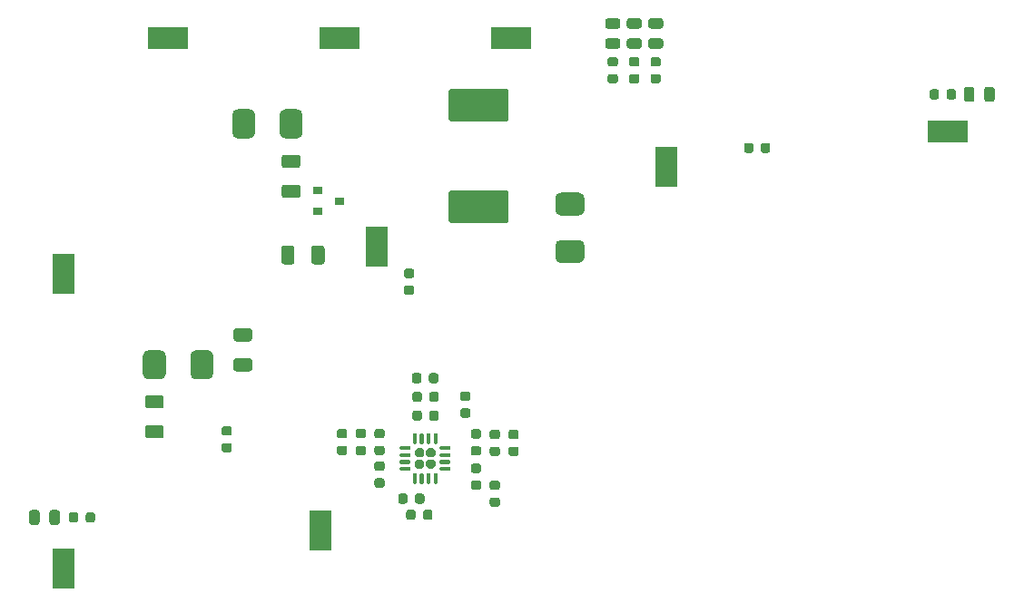
<source format=gbr>
%TF.GenerationSoftware,KiCad,Pcbnew,(5.1.6)-1*%
%TF.CreationDate,2022-03-23T15:28:11-04:00*%
%TF.ProjectId,MPPT_picoShield,4d505054-5f70-4696-936f-536869656c64,rev?*%
%TF.SameCoordinates,Original*%
%TF.FileFunction,Paste,Top*%
%TF.FilePolarity,Positive*%
%FSLAX46Y46*%
G04 Gerber Fmt 4.6, Leading zero omitted, Abs format (unit mm)*
G04 Created by KiCad (PCBNEW (5.1.6)-1) date 2022-03-23 15:28:11*
%MOMM*%
%LPD*%
G01*
G04 APERTURE LIST*
%ADD10R,2.000000X3.800000*%
%ADD11R,3.800000X2.000000*%
%ADD12R,0.900000X0.800000*%
G04 APERTURE END LIST*
D10*
%TO.C,GND*%
X29500000Y-50250000D03*
%TD*%
D11*
%TO.C,3V3*%
X88000000Y-13000000D03*
%TD*%
D10*
%TO.C,GND*%
X61750000Y-16250000D03*
%TD*%
%TO.C,Vbat*%
X5500000Y-53750000D03*
%TD*%
%TO.C,PV-*%
X5500000Y-26250000D03*
%TD*%
D11*
%TO.C,L-*%
X47250000Y-4250000D03*
%TD*%
%TO.C,QS1*%
X31250000Y-4250000D03*
%TD*%
%TO.C,PV+*%
X15250000Y-4250000D03*
%TD*%
D10*
%TO.C,out+*%
X34750000Y-23750000D03*
%TD*%
%TO.C,D12*%
G36*
G01*
X51918250Y-23090500D02*
X53581750Y-23090500D01*
G75*
G02*
X54121500Y-23630250I0J-539750D01*
G01*
X54121500Y-24709750D01*
G75*
G02*
X53581750Y-25249500I-539750J0D01*
G01*
X51918250Y-25249500D01*
G75*
G02*
X51378500Y-24709750I0J539750D01*
G01*
X51378500Y-23630250D01*
G75*
G02*
X51918250Y-23090500I539750J0D01*
G01*
G37*
G36*
G01*
X51918250Y-18670500D02*
X53581750Y-18670500D01*
G75*
G02*
X54121500Y-19210250I0J-539750D01*
G01*
X54121500Y-20289750D01*
G75*
G02*
X53581750Y-20829500I-539750J0D01*
G01*
X51918250Y-20829500D01*
G75*
G02*
X51378500Y-20289750I0J539750D01*
G01*
X51378500Y-19210250D01*
G75*
G02*
X51918250Y-18670500I539750J0D01*
G01*
G37*
%TD*%
%TO.C,D11*%
G36*
G01*
X23409500Y-11418250D02*
X23409500Y-13081750D01*
G75*
G02*
X22869750Y-13621500I-539750J0D01*
G01*
X21790250Y-13621500D01*
G75*
G02*
X21250500Y-13081750I0J539750D01*
G01*
X21250500Y-11418250D01*
G75*
G02*
X21790250Y-10878500I539750J0D01*
G01*
X22869750Y-10878500D01*
G75*
G02*
X23409500Y-11418250I0J-539750D01*
G01*
G37*
G36*
G01*
X27829500Y-11418250D02*
X27829500Y-13081750D01*
G75*
G02*
X27289750Y-13621500I-539750J0D01*
G01*
X26210250Y-13621500D01*
G75*
G02*
X25670500Y-13081750I0J539750D01*
G01*
X25670500Y-11418250D01*
G75*
G02*
X26210250Y-10878500I539750J0D01*
G01*
X27289750Y-10878500D01*
G75*
G02*
X27829500Y-11418250I0J-539750D01*
G01*
G37*
%TD*%
%TO.C,D13*%
G36*
G01*
X17340500Y-35581750D02*
X17340500Y-33918250D01*
G75*
G02*
X17880250Y-33378500I539750J0D01*
G01*
X18959750Y-33378500D01*
G75*
G02*
X19499500Y-33918250I0J-539750D01*
G01*
X19499500Y-35581750D01*
G75*
G02*
X18959750Y-36121500I-539750J0D01*
G01*
X17880250Y-36121500D01*
G75*
G02*
X17340500Y-35581750I0J539750D01*
G01*
G37*
G36*
G01*
X12920500Y-35581750D02*
X12920500Y-33918250D01*
G75*
G02*
X13460250Y-33378500I539750J0D01*
G01*
X14539750Y-33378500D01*
G75*
G02*
X15079500Y-33918250I0J-539750D01*
G01*
X15079500Y-35581750D01*
G75*
G02*
X14539750Y-36121500I-539750J0D01*
G01*
X13460250Y-36121500D01*
G75*
G02*
X12920500Y-35581750I0J539750D01*
G01*
G37*
%TD*%
%TO.C,R28*%
G36*
G01*
X13375000Y-40375000D02*
X14625000Y-40375000D01*
G75*
G02*
X14875000Y-40625000I0J-250000D01*
G01*
X14875000Y-41375000D01*
G75*
G02*
X14625000Y-41625000I-250000J0D01*
G01*
X13375000Y-41625000D01*
G75*
G02*
X13125000Y-41375000I0J250000D01*
G01*
X13125000Y-40625000D01*
G75*
G02*
X13375000Y-40375000I250000J0D01*
G01*
G37*
G36*
G01*
X13375000Y-37575000D02*
X14625000Y-37575000D01*
G75*
G02*
X14875000Y-37825000I0J-250000D01*
G01*
X14875000Y-38575000D01*
G75*
G02*
X14625000Y-38825000I-250000J0D01*
G01*
X13375000Y-38825000D01*
G75*
G02*
X13125000Y-38575000I0J250000D01*
G01*
X13125000Y-37825000D01*
G75*
G02*
X13375000Y-37575000I250000J0D01*
G01*
G37*
%TD*%
%TO.C,R27*%
G36*
G01*
X22875000Y-32575000D02*
X21625000Y-32575000D01*
G75*
G02*
X21375000Y-32325000I0J250000D01*
G01*
X21375000Y-31575000D01*
G75*
G02*
X21625000Y-31325000I250000J0D01*
G01*
X22875000Y-31325000D01*
G75*
G02*
X23125000Y-31575000I0J-250000D01*
G01*
X23125000Y-32325000D01*
G75*
G02*
X22875000Y-32575000I-250000J0D01*
G01*
G37*
G36*
G01*
X22875000Y-35375000D02*
X21625000Y-35375000D01*
G75*
G02*
X21375000Y-35125000I0J250000D01*
G01*
X21375000Y-34375000D01*
G75*
G02*
X21625000Y-34125000I250000J0D01*
G01*
X22875000Y-34125000D01*
G75*
G02*
X23125000Y-34375000I0J-250000D01*
G01*
X23125000Y-35125000D01*
G75*
G02*
X22875000Y-35375000I-250000J0D01*
G01*
G37*
%TD*%
%TO.C,R26*%
G36*
G01*
X28625000Y-25125000D02*
X28625000Y-23875000D01*
G75*
G02*
X28875000Y-23625000I250000J0D01*
G01*
X29625000Y-23625000D01*
G75*
G02*
X29875000Y-23875000I0J-250000D01*
G01*
X29875000Y-25125000D01*
G75*
G02*
X29625000Y-25375000I-250000J0D01*
G01*
X28875000Y-25375000D01*
G75*
G02*
X28625000Y-25125000I0J250000D01*
G01*
G37*
G36*
G01*
X25825000Y-25125000D02*
X25825000Y-23875000D01*
G75*
G02*
X26075000Y-23625000I250000J0D01*
G01*
X26825000Y-23625000D01*
G75*
G02*
X27075000Y-23875000I0J-250000D01*
G01*
X27075000Y-25125000D01*
G75*
G02*
X26825000Y-25375000I-250000J0D01*
G01*
X26075000Y-25375000D01*
G75*
G02*
X25825000Y-25125000I0J250000D01*
G01*
G37*
%TD*%
%TO.C,L1*%
G36*
G01*
X47050000Y-9150000D02*
X47050000Y-11850000D01*
G75*
G02*
X46900000Y-12000000I-150000J0D01*
G01*
X41600000Y-12000000D01*
G75*
G02*
X41450000Y-11850000I0J150000D01*
G01*
X41450000Y-9150000D01*
G75*
G02*
X41600000Y-9000000I150000J0D01*
G01*
X46900000Y-9000000D01*
G75*
G02*
X47050000Y-9150000I0J-150000D01*
G01*
G37*
G36*
G01*
X47050000Y-18650000D02*
X47050000Y-21350000D01*
G75*
G02*
X46900000Y-21500000I-150000J0D01*
G01*
X41600000Y-21500000D01*
G75*
G02*
X41450000Y-21350000I0J150000D01*
G01*
X41450000Y-18650000D01*
G75*
G02*
X41600000Y-18500000I150000J0D01*
G01*
X46900000Y-18500000D01*
G75*
G02*
X47050000Y-18650000I0J-150000D01*
G01*
G37*
%TD*%
%TO.C,U2*%
G36*
G01*
X39350000Y-44237500D02*
X39350000Y-43812500D01*
G75*
G02*
X39562500Y-43600000I212500J0D01*
G01*
X39987500Y-43600000D01*
G75*
G02*
X40200000Y-43812500I0J-212500D01*
G01*
X40200000Y-44237500D01*
G75*
G02*
X39987500Y-44450000I-212500J0D01*
G01*
X39562500Y-44450000D01*
G75*
G02*
X39350000Y-44237500I0J212500D01*
G01*
G37*
G36*
G01*
X39350000Y-43187500D02*
X39350000Y-42762500D01*
G75*
G02*
X39562500Y-42550000I212500J0D01*
G01*
X39987500Y-42550000D01*
G75*
G02*
X40200000Y-42762500I0J-212500D01*
G01*
X40200000Y-43187500D01*
G75*
G02*
X39987500Y-43400000I-212500J0D01*
G01*
X39562500Y-43400000D01*
G75*
G02*
X39350000Y-43187500I0J212500D01*
G01*
G37*
G36*
G01*
X38300000Y-44237500D02*
X38300000Y-43812500D01*
G75*
G02*
X38512500Y-43600000I212500J0D01*
G01*
X38937500Y-43600000D01*
G75*
G02*
X39150000Y-43812500I0J-212500D01*
G01*
X39150000Y-44237500D01*
G75*
G02*
X38937500Y-44450000I-212500J0D01*
G01*
X38512500Y-44450000D01*
G75*
G02*
X38300000Y-44237500I0J212500D01*
G01*
G37*
G36*
G01*
X38300000Y-43187500D02*
X38300000Y-42762500D01*
G75*
G02*
X38512500Y-42550000I212500J0D01*
G01*
X38937500Y-42550000D01*
G75*
G02*
X39150000Y-42762500I0J-212500D01*
G01*
X39150000Y-43187500D01*
G75*
G02*
X38937500Y-43400000I-212500J0D01*
G01*
X38512500Y-43400000D01*
G75*
G02*
X38300000Y-43187500I0J212500D01*
G01*
G37*
G36*
G01*
X38100000Y-42062500D02*
X38100000Y-41212500D01*
G75*
G02*
X38187500Y-41125000I87500J0D01*
G01*
X38362500Y-41125000D01*
G75*
G02*
X38450000Y-41212500I0J-87500D01*
G01*
X38450000Y-42062500D01*
G75*
G02*
X38362500Y-42150000I-87500J0D01*
G01*
X38187500Y-42150000D01*
G75*
G02*
X38100000Y-42062500I0J87500D01*
G01*
G37*
G36*
G01*
X38750000Y-42062500D02*
X38750000Y-41212500D01*
G75*
G02*
X38837500Y-41125000I87500J0D01*
G01*
X39012500Y-41125000D01*
G75*
G02*
X39100000Y-41212500I0J-87500D01*
G01*
X39100000Y-42062500D01*
G75*
G02*
X39012500Y-42150000I-87500J0D01*
G01*
X38837500Y-42150000D01*
G75*
G02*
X38750000Y-42062500I0J87500D01*
G01*
G37*
G36*
G01*
X39400000Y-42062500D02*
X39400000Y-41212500D01*
G75*
G02*
X39487500Y-41125000I87500J0D01*
G01*
X39662500Y-41125000D01*
G75*
G02*
X39750000Y-41212500I0J-87500D01*
G01*
X39750000Y-42062500D01*
G75*
G02*
X39662500Y-42150000I-87500J0D01*
G01*
X39487500Y-42150000D01*
G75*
G02*
X39400000Y-42062500I0J87500D01*
G01*
G37*
G36*
G01*
X40050000Y-42062500D02*
X40050000Y-41212500D01*
G75*
G02*
X40137500Y-41125000I87500J0D01*
G01*
X40312500Y-41125000D01*
G75*
G02*
X40400000Y-41212500I0J-87500D01*
G01*
X40400000Y-42062500D01*
G75*
G02*
X40312500Y-42150000I-87500J0D01*
G01*
X40137500Y-42150000D01*
G75*
G02*
X40050000Y-42062500I0J87500D01*
G01*
G37*
G36*
G01*
X40600000Y-42612500D02*
X40600000Y-42437500D01*
G75*
G02*
X40687500Y-42350000I87500J0D01*
G01*
X41537500Y-42350000D01*
G75*
G02*
X41625000Y-42437500I0J-87500D01*
G01*
X41625000Y-42612500D01*
G75*
G02*
X41537500Y-42700000I-87500J0D01*
G01*
X40687500Y-42700000D01*
G75*
G02*
X40600000Y-42612500I0J87500D01*
G01*
G37*
G36*
G01*
X40600000Y-43262500D02*
X40600000Y-43087500D01*
G75*
G02*
X40687500Y-43000000I87500J0D01*
G01*
X41537500Y-43000000D01*
G75*
G02*
X41625000Y-43087500I0J-87500D01*
G01*
X41625000Y-43262500D01*
G75*
G02*
X41537500Y-43350000I-87500J0D01*
G01*
X40687500Y-43350000D01*
G75*
G02*
X40600000Y-43262500I0J87500D01*
G01*
G37*
G36*
G01*
X40600000Y-43912500D02*
X40600000Y-43737500D01*
G75*
G02*
X40687500Y-43650000I87500J0D01*
G01*
X41537500Y-43650000D01*
G75*
G02*
X41625000Y-43737500I0J-87500D01*
G01*
X41625000Y-43912500D01*
G75*
G02*
X41537500Y-44000000I-87500J0D01*
G01*
X40687500Y-44000000D01*
G75*
G02*
X40600000Y-43912500I0J87500D01*
G01*
G37*
G36*
G01*
X40600000Y-44562500D02*
X40600000Y-44387500D01*
G75*
G02*
X40687500Y-44300000I87500J0D01*
G01*
X41537500Y-44300000D01*
G75*
G02*
X41625000Y-44387500I0J-87500D01*
G01*
X41625000Y-44562500D01*
G75*
G02*
X41537500Y-44650000I-87500J0D01*
G01*
X40687500Y-44650000D01*
G75*
G02*
X40600000Y-44562500I0J87500D01*
G01*
G37*
G36*
G01*
X40050000Y-45787500D02*
X40050000Y-44937500D01*
G75*
G02*
X40137500Y-44850000I87500J0D01*
G01*
X40312500Y-44850000D01*
G75*
G02*
X40400000Y-44937500I0J-87500D01*
G01*
X40400000Y-45787500D01*
G75*
G02*
X40312500Y-45875000I-87500J0D01*
G01*
X40137500Y-45875000D01*
G75*
G02*
X40050000Y-45787500I0J87500D01*
G01*
G37*
G36*
G01*
X39400000Y-45787500D02*
X39400000Y-44937500D01*
G75*
G02*
X39487500Y-44850000I87500J0D01*
G01*
X39662500Y-44850000D01*
G75*
G02*
X39750000Y-44937500I0J-87500D01*
G01*
X39750000Y-45787500D01*
G75*
G02*
X39662500Y-45875000I-87500J0D01*
G01*
X39487500Y-45875000D01*
G75*
G02*
X39400000Y-45787500I0J87500D01*
G01*
G37*
G36*
G01*
X38750000Y-45787500D02*
X38750000Y-44937500D01*
G75*
G02*
X38837500Y-44850000I87500J0D01*
G01*
X39012500Y-44850000D01*
G75*
G02*
X39100000Y-44937500I0J-87500D01*
G01*
X39100000Y-45787500D01*
G75*
G02*
X39012500Y-45875000I-87500J0D01*
G01*
X38837500Y-45875000D01*
G75*
G02*
X38750000Y-45787500I0J87500D01*
G01*
G37*
G36*
G01*
X38100000Y-45787500D02*
X38100000Y-44937500D01*
G75*
G02*
X38187500Y-44850000I87500J0D01*
G01*
X38362500Y-44850000D01*
G75*
G02*
X38450000Y-44937500I0J-87500D01*
G01*
X38450000Y-45787500D01*
G75*
G02*
X38362500Y-45875000I-87500J0D01*
G01*
X38187500Y-45875000D01*
G75*
G02*
X38100000Y-45787500I0J87500D01*
G01*
G37*
G36*
G01*
X36875000Y-44562500D02*
X36875000Y-44387500D01*
G75*
G02*
X36962500Y-44300000I87500J0D01*
G01*
X37812500Y-44300000D01*
G75*
G02*
X37900000Y-44387500I0J-87500D01*
G01*
X37900000Y-44562500D01*
G75*
G02*
X37812500Y-44650000I-87500J0D01*
G01*
X36962500Y-44650000D01*
G75*
G02*
X36875000Y-44562500I0J87500D01*
G01*
G37*
G36*
G01*
X36875000Y-43912500D02*
X36875000Y-43737500D01*
G75*
G02*
X36962500Y-43650000I87500J0D01*
G01*
X37812500Y-43650000D01*
G75*
G02*
X37900000Y-43737500I0J-87500D01*
G01*
X37900000Y-43912500D01*
G75*
G02*
X37812500Y-44000000I-87500J0D01*
G01*
X36962500Y-44000000D01*
G75*
G02*
X36875000Y-43912500I0J87500D01*
G01*
G37*
G36*
G01*
X36875000Y-43262500D02*
X36875000Y-43087500D01*
G75*
G02*
X36962500Y-43000000I87500J0D01*
G01*
X37812500Y-43000000D01*
G75*
G02*
X37900000Y-43087500I0J-87500D01*
G01*
X37900000Y-43262500D01*
G75*
G02*
X37812500Y-43350000I-87500J0D01*
G01*
X36962500Y-43350000D01*
G75*
G02*
X36875000Y-43262500I0J87500D01*
G01*
G37*
G36*
G01*
X36875000Y-42612500D02*
X36875000Y-42437500D01*
G75*
G02*
X36962500Y-42350000I87500J0D01*
G01*
X37812500Y-42350000D01*
G75*
G02*
X37900000Y-42437500I0J-87500D01*
G01*
X37900000Y-42612500D01*
G75*
G02*
X37812500Y-42700000I-87500J0D01*
G01*
X36962500Y-42700000D01*
G75*
G02*
X36875000Y-42612500I0J87500D01*
G01*
G37*
%TD*%
%TO.C,R25*%
G36*
G01*
X38937500Y-37493750D02*
X38937500Y-38006250D01*
G75*
G02*
X38718750Y-38225000I-218750J0D01*
G01*
X38281250Y-38225000D01*
G75*
G02*
X38062500Y-38006250I0J218750D01*
G01*
X38062500Y-37493750D01*
G75*
G02*
X38281250Y-37275000I218750J0D01*
G01*
X38718750Y-37275000D01*
G75*
G02*
X38937500Y-37493750I0J-218750D01*
G01*
G37*
G36*
G01*
X40512500Y-37493750D02*
X40512500Y-38006250D01*
G75*
G02*
X40293750Y-38225000I-218750J0D01*
G01*
X39856250Y-38225000D01*
G75*
G02*
X39637500Y-38006250I0J218750D01*
G01*
X39637500Y-37493750D01*
G75*
G02*
X39856250Y-37275000I218750J0D01*
G01*
X40293750Y-37275000D01*
G75*
G02*
X40512500Y-37493750I0J-218750D01*
G01*
G37*
%TD*%
%TO.C,R24*%
G36*
G01*
X38900000Y-35743750D02*
X38900000Y-36256250D01*
G75*
G02*
X38681250Y-36475000I-218750J0D01*
G01*
X38243750Y-36475000D01*
G75*
G02*
X38025000Y-36256250I0J218750D01*
G01*
X38025000Y-35743750D01*
G75*
G02*
X38243750Y-35525000I218750J0D01*
G01*
X38681250Y-35525000D01*
G75*
G02*
X38900000Y-35743750I0J-218750D01*
G01*
G37*
G36*
G01*
X40475000Y-35743750D02*
X40475000Y-36256250D01*
G75*
G02*
X40256250Y-36475000I-218750J0D01*
G01*
X39818750Y-36475000D01*
G75*
G02*
X39600000Y-36256250I0J218750D01*
G01*
X39600000Y-35743750D01*
G75*
G02*
X39818750Y-35525000I218750J0D01*
G01*
X40256250Y-35525000D01*
G75*
G02*
X40475000Y-35743750I0J-218750D01*
G01*
G37*
%TD*%
%TO.C,R23*%
G36*
G01*
X31756250Y-41612500D02*
X31243750Y-41612500D01*
G75*
G02*
X31025000Y-41393750I0J218750D01*
G01*
X31025000Y-40956250D01*
G75*
G02*
X31243750Y-40737500I218750J0D01*
G01*
X31756250Y-40737500D01*
G75*
G02*
X31975000Y-40956250I0J-218750D01*
G01*
X31975000Y-41393750D01*
G75*
G02*
X31756250Y-41612500I-218750J0D01*
G01*
G37*
G36*
G01*
X31756250Y-43187500D02*
X31243750Y-43187500D01*
G75*
G02*
X31025000Y-42968750I0J218750D01*
G01*
X31025000Y-42531250D01*
G75*
G02*
X31243750Y-42312500I218750J0D01*
G01*
X31756250Y-42312500D01*
G75*
G02*
X31975000Y-42531250I0J-218750D01*
G01*
X31975000Y-42968750D01*
G75*
G02*
X31756250Y-43187500I-218750J0D01*
G01*
G37*
%TD*%
%TO.C,R22*%
G36*
G01*
X33506250Y-41612500D02*
X32993750Y-41612500D01*
G75*
G02*
X32775000Y-41393750I0J218750D01*
G01*
X32775000Y-40956250D01*
G75*
G02*
X32993750Y-40737500I218750J0D01*
G01*
X33506250Y-40737500D01*
G75*
G02*
X33725000Y-40956250I0J-218750D01*
G01*
X33725000Y-41393750D01*
G75*
G02*
X33506250Y-41612500I-218750J0D01*
G01*
G37*
G36*
G01*
X33506250Y-43187500D02*
X32993750Y-43187500D01*
G75*
G02*
X32775000Y-42968750I0J218750D01*
G01*
X32775000Y-42531250D01*
G75*
G02*
X32993750Y-42312500I218750J0D01*
G01*
X33506250Y-42312500D01*
G75*
G02*
X33725000Y-42531250I0J-218750D01*
G01*
X33725000Y-42968750D01*
G75*
G02*
X33506250Y-43187500I-218750J0D01*
G01*
G37*
%TD*%
%TO.C,R21*%
G36*
G01*
X47756250Y-41687500D02*
X47243750Y-41687500D01*
G75*
G02*
X47025000Y-41468750I0J218750D01*
G01*
X47025000Y-41031250D01*
G75*
G02*
X47243750Y-40812500I218750J0D01*
G01*
X47756250Y-40812500D01*
G75*
G02*
X47975000Y-41031250I0J-218750D01*
G01*
X47975000Y-41468750D01*
G75*
G02*
X47756250Y-41687500I-218750J0D01*
G01*
G37*
G36*
G01*
X47756250Y-43262500D02*
X47243750Y-43262500D01*
G75*
G02*
X47025000Y-43043750I0J218750D01*
G01*
X47025000Y-42606250D01*
G75*
G02*
X47243750Y-42387500I218750J0D01*
G01*
X47756250Y-42387500D01*
G75*
G02*
X47975000Y-42606250I0J-218750D01*
G01*
X47975000Y-43043750D01*
G75*
G02*
X47756250Y-43262500I-218750J0D01*
G01*
G37*
%TD*%
%TO.C,R20*%
G36*
G01*
X46006250Y-41687500D02*
X45493750Y-41687500D01*
G75*
G02*
X45275000Y-41468750I0J218750D01*
G01*
X45275000Y-41031250D01*
G75*
G02*
X45493750Y-40812500I218750J0D01*
G01*
X46006250Y-40812500D01*
G75*
G02*
X46225000Y-41031250I0J-218750D01*
G01*
X46225000Y-41468750D01*
G75*
G02*
X46006250Y-41687500I-218750J0D01*
G01*
G37*
G36*
G01*
X46006250Y-43262500D02*
X45493750Y-43262500D01*
G75*
G02*
X45275000Y-43043750I0J218750D01*
G01*
X45275000Y-42606250D01*
G75*
G02*
X45493750Y-42387500I218750J0D01*
G01*
X46006250Y-42387500D01*
G75*
G02*
X46225000Y-42606250I0J-218750D01*
G01*
X46225000Y-43043750D01*
G75*
G02*
X46006250Y-43262500I-218750J0D01*
G01*
G37*
%TD*%
%TO.C,R16*%
G36*
G01*
X42743750Y-38812500D02*
X43256250Y-38812500D01*
G75*
G02*
X43475000Y-39031250I0J-218750D01*
G01*
X43475000Y-39468750D01*
G75*
G02*
X43256250Y-39687500I-218750J0D01*
G01*
X42743750Y-39687500D01*
G75*
G02*
X42525000Y-39468750I0J218750D01*
G01*
X42525000Y-39031250D01*
G75*
G02*
X42743750Y-38812500I218750J0D01*
G01*
G37*
G36*
G01*
X42743750Y-37237500D02*
X43256250Y-37237500D01*
G75*
G02*
X43475000Y-37456250I0J-218750D01*
G01*
X43475000Y-37893750D01*
G75*
G02*
X43256250Y-38112500I-218750J0D01*
G01*
X42743750Y-38112500D01*
G75*
G02*
X42525000Y-37893750I0J218750D01*
G01*
X42525000Y-37456250D01*
G75*
G02*
X42743750Y-37237500I218750J0D01*
G01*
G37*
%TD*%
%TO.C,R15*%
G36*
G01*
X45493750Y-47137500D02*
X46006250Y-47137500D01*
G75*
G02*
X46225000Y-47356250I0J-218750D01*
G01*
X46225000Y-47793750D01*
G75*
G02*
X46006250Y-48012500I-218750J0D01*
G01*
X45493750Y-48012500D01*
G75*
G02*
X45275000Y-47793750I0J218750D01*
G01*
X45275000Y-47356250D01*
G75*
G02*
X45493750Y-47137500I218750J0D01*
G01*
G37*
G36*
G01*
X45493750Y-45562500D02*
X46006250Y-45562500D01*
G75*
G02*
X46225000Y-45781250I0J-218750D01*
G01*
X46225000Y-46218750D01*
G75*
G02*
X46006250Y-46437500I-218750J0D01*
G01*
X45493750Y-46437500D01*
G75*
G02*
X45275000Y-46218750I0J218750D01*
G01*
X45275000Y-45781250D01*
G75*
G02*
X45493750Y-45562500I218750J0D01*
G01*
G37*
%TD*%
%TO.C,R14*%
G36*
G01*
X44256250Y-44862500D02*
X43743750Y-44862500D01*
G75*
G02*
X43525000Y-44643750I0J218750D01*
G01*
X43525000Y-44206250D01*
G75*
G02*
X43743750Y-43987500I218750J0D01*
G01*
X44256250Y-43987500D01*
G75*
G02*
X44475000Y-44206250I0J-218750D01*
G01*
X44475000Y-44643750D01*
G75*
G02*
X44256250Y-44862500I-218750J0D01*
G01*
G37*
G36*
G01*
X44256250Y-46437500D02*
X43743750Y-46437500D01*
G75*
G02*
X43525000Y-46218750I0J218750D01*
G01*
X43525000Y-45781250D01*
G75*
G02*
X43743750Y-45562500I218750J0D01*
G01*
X44256250Y-45562500D01*
G75*
G02*
X44475000Y-45781250I0J-218750D01*
G01*
X44475000Y-46218750D01*
G75*
G02*
X44256250Y-46437500I-218750J0D01*
G01*
G37*
%TD*%
%TO.C,R12*%
G36*
G01*
X69862500Y-14243750D02*
X69862500Y-14756250D01*
G75*
G02*
X69643750Y-14975000I-218750J0D01*
G01*
X69206250Y-14975000D01*
G75*
G02*
X68987500Y-14756250I0J218750D01*
G01*
X68987500Y-14243750D01*
G75*
G02*
X69206250Y-14025000I218750J0D01*
G01*
X69643750Y-14025000D01*
G75*
G02*
X69862500Y-14243750I0J-218750D01*
G01*
G37*
G36*
G01*
X71437500Y-14243750D02*
X71437500Y-14756250D01*
G75*
G02*
X71218750Y-14975000I-218750J0D01*
G01*
X70781250Y-14975000D01*
G75*
G02*
X70562500Y-14756250I0J218750D01*
G01*
X70562500Y-14243750D01*
G75*
G02*
X70781250Y-14025000I218750J0D01*
G01*
X71218750Y-14025000D01*
G75*
G02*
X71437500Y-14243750I0J-218750D01*
G01*
G37*
%TD*%
%TO.C,R11*%
G36*
G01*
X38312500Y-47506250D02*
X38312500Y-46993750D01*
G75*
G02*
X38531250Y-46775000I218750J0D01*
G01*
X38968750Y-46775000D01*
G75*
G02*
X39187500Y-46993750I0J-218750D01*
G01*
X39187500Y-47506250D01*
G75*
G02*
X38968750Y-47725000I-218750J0D01*
G01*
X38531250Y-47725000D01*
G75*
G02*
X38312500Y-47506250I0J218750D01*
G01*
G37*
G36*
G01*
X36737500Y-47506250D02*
X36737500Y-46993750D01*
G75*
G02*
X36956250Y-46775000I218750J0D01*
G01*
X37393750Y-46775000D01*
G75*
G02*
X37612500Y-46993750I0J-218750D01*
G01*
X37612500Y-47506250D01*
G75*
G02*
X37393750Y-47725000I-218750J0D01*
G01*
X36956250Y-47725000D01*
G75*
G02*
X36737500Y-47506250I0J218750D01*
G01*
G37*
%TD*%
%TO.C,R10*%
G36*
G01*
X39062500Y-49006250D02*
X39062500Y-48493750D01*
G75*
G02*
X39281250Y-48275000I218750J0D01*
G01*
X39718750Y-48275000D01*
G75*
G02*
X39937500Y-48493750I0J-218750D01*
G01*
X39937500Y-49006250D01*
G75*
G02*
X39718750Y-49225000I-218750J0D01*
G01*
X39281250Y-49225000D01*
G75*
G02*
X39062500Y-49006250I0J218750D01*
G01*
G37*
G36*
G01*
X37487500Y-49006250D02*
X37487500Y-48493750D01*
G75*
G02*
X37706250Y-48275000I218750J0D01*
G01*
X38143750Y-48275000D01*
G75*
G02*
X38362500Y-48493750I0J-218750D01*
G01*
X38362500Y-49006250D01*
G75*
G02*
X38143750Y-49225000I-218750J0D01*
G01*
X37706250Y-49225000D01*
G75*
G02*
X37487500Y-49006250I0J218750D01*
G01*
G37*
%TD*%
%TO.C,R7*%
G36*
G01*
X26125000Y-17925000D02*
X27375000Y-17925000D01*
G75*
G02*
X27625000Y-18175000I0J-250000D01*
G01*
X27625000Y-18925000D01*
G75*
G02*
X27375000Y-19175000I-250000J0D01*
G01*
X26125000Y-19175000D01*
G75*
G02*
X25875000Y-18925000I0J250000D01*
G01*
X25875000Y-18175000D01*
G75*
G02*
X26125000Y-17925000I250000J0D01*
G01*
G37*
G36*
G01*
X26125000Y-15125000D02*
X27375000Y-15125000D01*
G75*
G02*
X27625000Y-15375000I0J-250000D01*
G01*
X27625000Y-16125000D01*
G75*
G02*
X27375000Y-16375000I-250000J0D01*
G01*
X26125000Y-16375000D01*
G75*
G02*
X25875000Y-16125000I0J250000D01*
G01*
X25875000Y-15375000D01*
G75*
G02*
X26125000Y-15125000I250000J0D01*
G01*
G37*
%TD*%
%TO.C,R5*%
G36*
G01*
X6900000Y-48743750D02*
X6900000Y-49256250D01*
G75*
G02*
X6681250Y-49475000I-218750J0D01*
G01*
X6243750Y-49475000D01*
G75*
G02*
X6025000Y-49256250I0J218750D01*
G01*
X6025000Y-48743750D01*
G75*
G02*
X6243750Y-48525000I218750J0D01*
G01*
X6681250Y-48525000D01*
G75*
G02*
X6900000Y-48743750I0J-218750D01*
G01*
G37*
G36*
G01*
X8475000Y-48743750D02*
X8475000Y-49256250D01*
G75*
G02*
X8256250Y-49475000I-218750J0D01*
G01*
X7818750Y-49475000D01*
G75*
G02*
X7600000Y-49256250I0J218750D01*
G01*
X7600000Y-48743750D01*
G75*
G02*
X7818750Y-48525000I218750J0D01*
G01*
X8256250Y-48525000D01*
G75*
G02*
X8475000Y-48743750I0J-218750D01*
G01*
G37*
%TD*%
%TO.C,R4*%
G36*
G01*
X87887500Y-9756250D02*
X87887500Y-9243750D01*
G75*
G02*
X88106250Y-9025000I218750J0D01*
G01*
X88543750Y-9025000D01*
G75*
G02*
X88762500Y-9243750I0J-218750D01*
G01*
X88762500Y-9756250D01*
G75*
G02*
X88543750Y-9975000I-218750J0D01*
G01*
X88106250Y-9975000D01*
G75*
G02*
X87887500Y-9756250I0J218750D01*
G01*
G37*
G36*
G01*
X86312500Y-9756250D02*
X86312500Y-9243750D01*
G75*
G02*
X86531250Y-9025000I218750J0D01*
G01*
X86968750Y-9025000D01*
G75*
G02*
X87187500Y-9243750I0J-218750D01*
G01*
X87187500Y-9756250D01*
G75*
G02*
X86968750Y-9975000I-218750J0D01*
G01*
X86531250Y-9975000D01*
G75*
G02*
X86312500Y-9756250I0J218750D01*
G01*
G37*
%TD*%
%TO.C,R3*%
G36*
G01*
X57006250Y-6900000D02*
X56493750Y-6900000D01*
G75*
G02*
X56275000Y-6681250I0J218750D01*
G01*
X56275000Y-6243750D01*
G75*
G02*
X56493750Y-6025000I218750J0D01*
G01*
X57006250Y-6025000D01*
G75*
G02*
X57225000Y-6243750I0J-218750D01*
G01*
X57225000Y-6681250D01*
G75*
G02*
X57006250Y-6900000I-218750J0D01*
G01*
G37*
G36*
G01*
X57006250Y-8475000D02*
X56493750Y-8475000D01*
G75*
G02*
X56275000Y-8256250I0J218750D01*
G01*
X56275000Y-7818750D01*
G75*
G02*
X56493750Y-7600000I218750J0D01*
G01*
X57006250Y-7600000D01*
G75*
G02*
X57225000Y-7818750I0J-218750D01*
G01*
X57225000Y-8256250D01*
G75*
G02*
X57006250Y-8475000I-218750J0D01*
G01*
G37*
%TD*%
%TO.C,R2*%
G36*
G01*
X59006250Y-6900000D02*
X58493750Y-6900000D01*
G75*
G02*
X58275000Y-6681250I0J218750D01*
G01*
X58275000Y-6243750D01*
G75*
G02*
X58493750Y-6025000I218750J0D01*
G01*
X59006250Y-6025000D01*
G75*
G02*
X59225000Y-6243750I0J-218750D01*
G01*
X59225000Y-6681250D01*
G75*
G02*
X59006250Y-6900000I-218750J0D01*
G01*
G37*
G36*
G01*
X59006250Y-8475000D02*
X58493750Y-8475000D01*
G75*
G02*
X58275000Y-8256250I0J218750D01*
G01*
X58275000Y-7818750D01*
G75*
G02*
X58493750Y-7600000I218750J0D01*
G01*
X59006250Y-7600000D01*
G75*
G02*
X59225000Y-7818750I0J-218750D01*
G01*
X59225000Y-8256250D01*
G75*
G02*
X59006250Y-8475000I-218750J0D01*
G01*
G37*
%TD*%
%TO.C,R1*%
G36*
G01*
X61006250Y-6900000D02*
X60493750Y-6900000D01*
G75*
G02*
X60275000Y-6681250I0J218750D01*
G01*
X60275000Y-6243750D01*
G75*
G02*
X60493750Y-6025000I218750J0D01*
G01*
X61006250Y-6025000D01*
G75*
G02*
X61225000Y-6243750I0J-218750D01*
G01*
X61225000Y-6681250D01*
G75*
G02*
X61006250Y-6900000I-218750J0D01*
G01*
G37*
G36*
G01*
X61006250Y-8475000D02*
X60493750Y-8475000D01*
G75*
G02*
X60275000Y-8256250I0J218750D01*
G01*
X60275000Y-7818750D01*
G75*
G02*
X60493750Y-7600000I218750J0D01*
G01*
X61006250Y-7600000D01*
G75*
G02*
X61225000Y-7818750I0J-218750D01*
G01*
X61225000Y-8256250D01*
G75*
G02*
X61006250Y-8475000I-218750J0D01*
G01*
G37*
%TD*%
D12*
%TO.C,Q2*%
X31250000Y-19450000D03*
X29250000Y-20400000D03*
X29250000Y-18500000D03*
%TD*%
%TO.C,D5*%
G36*
G01*
X4200000Y-49456250D02*
X4200000Y-48543750D01*
G75*
G02*
X4443750Y-48300000I243750J0D01*
G01*
X4931250Y-48300000D01*
G75*
G02*
X5175000Y-48543750I0J-243750D01*
G01*
X5175000Y-49456250D01*
G75*
G02*
X4931250Y-49700000I-243750J0D01*
G01*
X4443750Y-49700000D01*
G75*
G02*
X4200000Y-49456250I0J243750D01*
G01*
G37*
G36*
G01*
X2325000Y-49456250D02*
X2325000Y-48543750D01*
G75*
G02*
X2568750Y-48300000I243750J0D01*
G01*
X3056250Y-48300000D01*
G75*
G02*
X3300000Y-48543750I0J-243750D01*
G01*
X3300000Y-49456250D01*
G75*
G02*
X3056250Y-49700000I-243750J0D01*
G01*
X2568750Y-49700000D01*
G75*
G02*
X2325000Y-49456250I0J243750D01*
G01*
G37*
%TD*%
%TO.C,D4*%
G36*
G01*
X90487500Y-9043750D02*
X90487500Y-9956250D01*
G75*
G02*
X90243750Y-10200000I-243750J0D01*
G01*
X89756250Y-10200000D01*
G75*
G02*
X89512500Y-9956250I0J243750D01*
G01*
X89512500Y-9043750D01*
G75*
G02*
X89756250Y-8800000I243750J0D01*
G01*
X90243750Y-8800000D01*
G75*
G02*
X90487500Y-9043750I0J-243750D01*
G01*
G37*
G36*
G01*
X92362500Y-9043750D02*
X92362500Y-9956250D01*
G75*
G02*
X92118750Y-10200000I-243750J0D01*
G01*
X91631250Y-10200000D01*
G75*
G02*
X91387500Y-9956250I0J243750D01*
G01*
X91387500Y-9043750D01*
G75*
G02*
X91631250Y-8800000I243750J0D01*
G01*
X92118750Y-8800000D01*
G75*
G02*
X92362500Y-9043750I0J-243750D01*
G01*
G37*
%TD*%
%TO.C,D3*%
G36*
G01*
X56293750Y-4262500D02*
X57206250Y-4262500D01*
G75*
G02*
X57450000Y-4506250I0J-243750D01*
G01*
X57450000Y-4993750D01*
G75*
G02*
X57206250Y-5237500I-243750J0D01*
G01*
X56293750Y-5237500D01*
G75*
G02*
X56050000Y-4993750I0J243750D01*
G01*
X56050000Y-4506250D01*
G75*
G02*
X56293750Y-4262500I243750J0D01*
G01*
G37*
G36*
G01*
X56293750Y-2387500D02*
X57206250Y-2387500D01*
G75*
G02*
X57450000Y-2631250I0J-243750D01*
G01*
X57450000Y-3118750D01*
G75*
G02*
X57206250Y-3362500I-243750J0D01*
G01*
X56293750Y-3362500D01*
G75*
G02*
X56050000Y-3118750I0J243750D01*
G01*
X56050000Y-2631250D01*
G75*
G02*
X56293750Y-2387500I243750J0D01*
G01*
G37*
%TD*%
%TO.C,D2*%
G36*
G01*
X58293750Y-4262500D02*
X59206250Y-4262500D01*
G75*
G02*
X59450000Y-4506250I0J-243750D01*
G01*
X59450000Y-4993750D01*
G75*
G02*
X59206250Y-5237500I-243750J0D01*
G01*
X58293750Y-5237500D01*
G75*
G02*
X58050000Y-4993750I0J243750D01*
G01*
X58050000Y-4506250D01*
G75*
G02*
X58293750Y-4262500I243750J0D01*
G01*
G37*
G36*
G01*
X58293750Y-2387500D02*
X59206250Y-2387500D01*
G75*
G02*
X59450000Y-2631250I0J-243750D01*
G01*
X59450000Y-3118750D01*
G75*
G02*
X59206250Y-3362500I-243750J0D01*
G01*
X58293750Y-3362500D01*
G75*
G02*
X58050000Y-3118750I0J243750D01*
G01*
X58050000Y-2631250D01*
G75*
G02*
X58293750Y-2387500I243750J0D01*
G01*
G37*
%TD*%
%TO.C,D1*%
G36*
G01*
X60293750Y-4262500D02*
X61206250Y-4262500D01*
G75*
G02*
X61450000Y-4506250I0J-243750D01*
G01*
X61450000Y-4993750D01*
G75*
G02*
X61206250Y-5237500I-243750J0D01*
G01*
X60293750Y-5237500D01*
G75*
G02*
X60050000Y-4993750I0J243750D01*
G01*
X60050000Y-4506250D01*
G75*
G02*
X60293750Y-4262500I243750J0D01*
G01*
G37*
G36*
G01*
X60293750Y-2387500D02*
X61206250Y-2387500D01*
G75*
G02*
X61450000Y-2631250I0J-243750D01*
G01*
X61450000Y-3118750D01*
G75*
G02*
X61206250Y-3362500I-243750J0D01*
G01*
X60293750Y-3362500D01*
G75*
G02*
X60050000Y-3118750I0J243750D01*
G01*
X60050000Y-2631250D01*
G75*
G02*
X60293750Y-2387500I243750J0D01*
G01*
G37*
%TD*%
%TO.C,C22*%
G36*
G01*
X38937500Y-39243750D02*
X38937500Y-39756250D01*
G75*
G02*
X38718750Y-39975000I-218750J0D01*
G01*
X38281250Y-39975000D01*
G75*
G02*
X38062500Y-39756250I0J218750D01*
G01*
X38062500Y-39243750D01*
G75*
G02*
X38281250Y-39025000I218750J0D01*
G01*
X38718750Y-39025000D01*
G75*
G02*
X38937500Y-39243750I0J-218750D01*
G01*
G37*
G36*
G01*
X40512500Y-39243750D02*
X40512500Y-39756250D01*
G75*
G02*
X40293750Y-39975000I-218750J0D01*
G01*
X39856250Y-39975000D01*
G75*
G02*
X39637500Y-39756250I0J218750D01*
G01*
X39637500Y-39243750D01*
G75*
G02*
X39856250Y-39025000I218750J0D01*
G01*
X40293750Y-39025000D01*
G75*
G02*
X40512500Y-39243750I0J-218750D01*
G01*
G37*
%TD*%
%TO.C,C21*%
G36*
G01*
X34743750Y-42312500D02*
X35256250Y-42312500D01*
G75*
G02*
X35475000Y-42531250I0J-218750D01*
G01*
X35475000Y-42968750D01*
G75*
G02*
X35256250Y-43187500I-218750J0D01*
G01*
X34743750Y-43187500D01*
G75*
G02*
X34525000Y-42968750I0J218750D01*
G01*
X34525000Y-42531250D01*
G75*
G02*
X34743750Y-42312500I218750J0D01*
G01*
G37*
G36*
G01*
X34743750Y-40737500D02*
X35256250Y-40737500D01*
G75*
G02*
X35475000Y-40956250I0J-218750D01*
G01*
X35475000Y-41393750D01*
G75*
G02*
X35256250Y-41612500I-218750J0D01*
G01*
X34743750Y-41612500D01*
G75*
G02*
X34525000Y-41393750I0J218750D01*
G01*
X34525000Y-40956250D01*
G75*
G02*
X34743750Y-40737500I218750J0D01*
G01*
G37*
%TD*%
%TO.C,C20*%
G36*
G01*
X43743750Y-42350000D02*
X44256250Y-42350000D01*
G75*
G02*
X44475000Y-42568750I0J-218750D01*
G01*
X44475000Y-43006250D01*
G75*
G02*
X44256250Y-43225000I-218750J0D01*
G01*
X43743750Y-43225000D01*
G75*
G02*
X43525000Y-43006250I0J218750D01*
G01*
X43525000Y-42568750D01*
G75*
G02*
X43743750Y-42350000I218750J0D01*
G01*
G37*
G36*
G01*
X43743750Y-40775000D02*
X44256250Y-40775000D01*
G75*
G02*
X44475000Y-40993750I0J-218750D01*
G01*
X44475000Y-41431250D01*
G75*
G02*
X44256250Y-41650000I-218750J0D01*
G01*
X43743750Y-41650000D01*
G75*
G02*
X43525000Y-41431250I0J218750D01*
G01*
X43525000Y-40993750D01*
G75*
G02*
X43743750Y-40775000I218750J0D01*
G01*
G37*
%TD*%
%TO.C,C10*%
G36*
G01*
X34743750Y-45350000D02*
X35256250Y-45350000D01*
G75*
G02*
X35475000Y-45568750I0J-218750D01*
G01*
X35475000Y-46006250D01*
G75*
G02*
X35256250Y-46225000I-218750J0D01*
G01*
X34743750Y-46225000D01*
G75*
G02*
X34525000Y-46006250I0J218750D01*
G01*
X34525000Y-45568750D01*
G75*
G02*
X34743750Y-45350000I218750J0D01*
G01*
G37*
G36*
G01*
X34743750Y-43775000D02*
X35256250Y-43775000D01*
G75*
G02*
X35475000Y-43993750I0J-218750D01*
G01*
X35475000Y-44431250D01*
G75*
G02*
X35256250Y-44650000I-218750J0D01*
G01*
X34743750Y-44650000D01*
G75*
G02*
X34525000Y-44431250I0J218750D01*
G01*
X34525000Y-43993750D01*
G75*
G02*
X34743750Y-43775000I218750J0D01*
G01*
G37*
%TD*%
%TO.C,C4*%
G36*
G01*
X21006250Y-41362500D02*
X20493750Y-41362500D01*
G75*
G02*
X20275000Y-41143750I0J218750D01*
G01*
X20275000Y-40706250D01*
G75*
G02*
X20493750Y-40487500I218750J0D01*
G01*
X21006250Y-40487500D01*
G75*
G02*
X21225000Y-40706250I0J-218750D01*
G01*
X21225000Y-41143750D01*
G75*
G02*
X21006250Y-41362500I-218750J0D01*
G01*
G37*
G36*
G01*
X21006250Y-42937500D02*
X20493750Y-42937500D01*
G75*
G02*
X20275000Y-42718750I0J218750D01*
G01*
X20275000Y-42281250D01*
G75*
G02*
X20493750Y-42062500I218750J0D01*
G01*
X21006250Y-42062500D01*
G75*
G02*
X21225000Y-42281250I0J-218750D01*
G01*
X21225000Y-42718750D01*
G75*
G02*
X21006250Y-42937500I-218750J0D01*
G01*
G37*
%TD*%
%TO.C,C3*%
G36*
G01*
X37493750Y-27350000D02*
X38006250Y-27350000D01*
G75*
G02*
X38225000Y-27568750I0J-218750D01*
G01*
X38225000Y-28006250D01*
G75*
G02*
X38006250Y-28225000I-218750J0D01*
G01*
X37493750Y-28225000D01*
G75*
G02*
X37275000Y-28006250I0J218750D01*
G01*
X37275000Y-27568750D01*
G75*
G02*
X37493750Y-27350000I218750J0D01*
G01*
G37*
G36*
G01*
X37493750Y-25775000D02*
X38006250Y-25775000D01*
G75*
G02*
X38225000Y-25993750I0J-218750D01*
G01*
X38225000Y-26431250D01*
G75*
G02*
X38006250Y-26650000I-218750J0D01*
G01*
X37493750Y-26650000D01*
G75*
G02*
X37275000Y-26431250I0J218750D01*
G01*
X37275000Y-25993750D01*
G75*
G02*
X37493750Y-25775000I218750J0D01*
G01*
G37*
%TD*%
M02*

</source>
